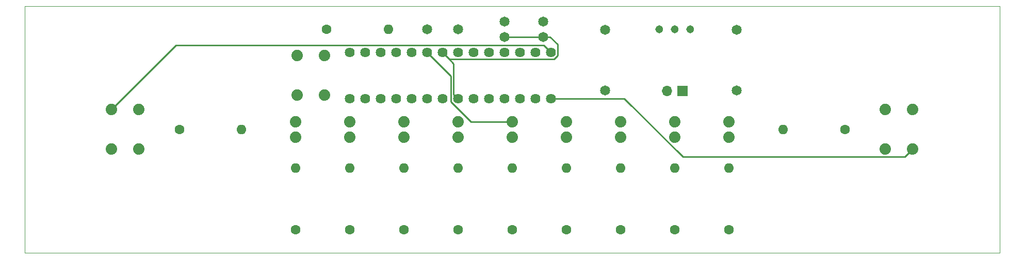
<source format=gbr>
%TF.GenerationSoftware,KiCad,Pcbnew,5.1.9-73d0e3b20d~88~ubuntu20.04.1*%
%TF.CreationDate,2021-02-23T00:09:44-07:00*%
%TF.ProjectId,tow,746f772e-6b69-4636-9164-5f7063625858,rev?*%
%TF.SameCoordinates,Original*%
%TF.FileFunction,Copper,L2,Bot*%
%TF.FilePolarity,Positive*%
%FSLAX46Y46*%
G04 Gerber Fmt 4.6, Leading zero omitted, Abs format (unit mm)*
G04 Created by KiCad (PCBNEW 5.1.9-73d0e3b20d~88~ubuntu20.04.1) date 2021-02-23 00:09:44*
%MOMM*%
%LPD*%
G01*
G04 APERTURE LIST*
%TA.AperFunction,Profile*%
%ADD10C,0.050000*%
%TD*%
%TA.AperFunction,ComponentPad*%
%ADD11O,1.700000X1.700000*%
%TD*%
%TA.AperFunction,ComponentPad*%
%ADD12R,1.700000X1.700000*%
%TD*%
%TA.AperFunction,ComponentPad*%
%ADD13C,1.651000*%
%TD*%
%TA.AperFunction,ComponentPad*%
%ADD14C,1.625600*%
%TD*%
%TA.AperFunction,ComponentPad*%
%ADD15C,1.305560*%
%TD*%
%TA.AperFunction,ComponentPad*%
%ADD16C,1.879600*%
%TD*%
%TA.AperFunction,ComponentPad*%
%ADD17O,1.600000X1.600000*%
%TD*%
%TA.AperFunction,ComponentPad*%
%ADD18C,1.600000*%
%TD*%
%TA.AperFunction,Conductor*%
%ADD19C,0.250000*%
%TD*%
G04 APERTURE END LIST*
D10*
X72390000Y-82550000D02*
X232410000Y-82550000D01*
X72390000Y-123190000D02*
X72390000Y-82550000D01*
X232410000Y-123190000D02*
X72390000Y-123190000D01*
X232410000Y-82550000D02*
X232410000Y-123190000D01*
D11*
%TO.P,J1,2*%
%TO.N,GNDREF*%
X177800000Y-96520000D03*
D12*
%TO.P,J1,1*%
%TO.N,+9V*%
X180340000Y-96520000D03*
%TD*%
D13*
%TO.P,Y1,2*%
%TO.N,Net-(C2-Pad1)*%
X138430000Y-86360000D03*
%TO.P,Y1,1*%
%TO.N,Net-(C3-Pad1)*%
X143510000Y-86360000D03*
%TD*%
D14*
%TO.P,U2,28*%
%TO.N,Net-(C4-Pad1)*%
X125730000Y-90170000D03*
%TO.P,U2,27*%
X128270000Y-90170000D03*
%TO.P,U2,26*%
X130810000Y-90170000D03*
%TO.P,U2,25*%
X133350000Y-90170000D03*
%TO.P,U2,24*%
X135890000Y-90170000D03*
%TO.P,U2,23*%
%TO.N,Net-(D1-PadA)*%
X138430000Y-90170000D03*
%TO.P,U2,22*%
%TO.N,GNDREF*%
X140970000Y-90170000D03*
%TO.P,U2,21*%
%TO.N,Net-(C4-Pad1)*%
X143510000Y-90170000D03*
%TO.P,U2,20*%
X146050000Y-90170000D03*
%TO.P,U2,19*%
X148590000Y-90170000D03*
%TO.P,U2,18*%
X151130000Y-90170000D03*
%TO.P,U2,17*%
X153670000Y-90170000D03*
%TO.P,U2,16*%
X156210000Y-90170000D03*
%TO.P,U2,15*%
%TO.N,Net-(S3-Pad3)*%
X158750000Y-90170000D03*
%TO.P,U2,14*%
%TO.N,Net-(S2-Pad3)*%
X158750000Y-97790000D03*
%TO.P,U2,13*%
%TO.N,Net-(D9-PadA)*%
X156210000Y-97790000D03*
%TO.P,U2,12*%
%TO.N,Net-(D5-PadA)*%
X153670000Y-97790000D03*
%TO.P,U2,11*%
%TO.N,Net-(D8-PadA)*%
X151130000Y-97790000D03*
%TO.P,U2,10*%
%TO.N,Net-(C3-Pad1)*%
X148590000Y-97790000D03*
%TO.P,U2,9*%
%TO.N,Net-(C2-Pad1)*%
X146050000Y-97790000D03*
%TO.P,U2,8*%
%TO.N,GNDREF*%
X143510000Y-97790000D03*
%TO.P,U2,7*%
%TO.N,Net-(C4-Pad1)*%
X140970000Y-97790000D03*
%TO.P,U2,6*%
%TO.N,Net-(D4-PadA)*%
X138430000Y-97790000D03*
%TO.P,U2,5*%
%TO.N,Net-(D7-PadA)*%
X135890000Y-97790000D03*
%TO.P,U2,4*%
%TO.N,Net-(D3-PadA)*%
X133350000Y-97790000D03*
%TO.P,U2,3*%
%TO.N,Net-(D6-PadA)*%
X130810000Y-97790000D03*
%TO.P,U2,2*%
%TO.N,Net-(D2-PadA)*%
X128270000Y-97790000D03*
%TO.P,U2,1*%
%TO.N,Net-(R1-Pad1)*%
X125730000Y-97790000D03*
%TD*%
D15*
%TO.P,U1,VOUT*%
%TO.N,Net-(C4-Pad1)*%
X176530000Y-86360000D03*
%TO.P,U1,VIN*%
%TO.N,+9V*%
X181610000Y-86360000D03*
%TO.P,U1,GND*%
%TO.N,GNDREF*%
X179070000Y-86360000D03*
%TD*%
D16*
%TO.P,S3,4*%
%TO.N,N/C*%
X86639400Y-106121200D03*
%TO.P,S3,3*%
%TO.N,Net-(S3-Pad3)*%
X86639400Y-99618800D03*
%TO.P,S3,2*%
%TO.N,N/C*%
X91160600Y-106121200D03*
%TO.P,S3,1*%
%TO.N,Net-(R4-Pad1)*%
X91160600Y-99618800D03*
%TD*%
%TO.P,S2,4*%
%TO.N,N/C*%
X218160600Y-99618800D03*
%TO.P,S2,3*%
%TO.N,Net-(S2-Pad3)*%
X218160600Y-106121200D03*
%TO.P,S2,2*%
%TO.N,N/C*%
X213639400Y-99618800D03*
%TO.P,S2,1*%
%TO.N,Net-(R3-Pad1)*%
X213639400Y-106121200D03*
%TD*%
%TO.P,S1,4*%
%TO.N,N/C*%
X117119400Y-97231200D03*
%TO.P,S1,3*%
%TO.N,GNDREF*%
X117119400Y-90728800D03*
%TO.P,S1,2*%
%TO.N,N/C*%
X121640600Y-97231200D03*
%TO.P,S1,1*%
%TO.N,Net-(R1-Pad1)*%
X121640600Y-90728800D03*
%TD*%
D17*
%TO.P,R12,2*%
%TO.N,Net-(D9-PadK)*%
X187960000Y-109220000D03*
D18*
%TO.P,R12,1*%
%TO.N,GNDREF*%
X187960000Y-119380000D03*
%TD*%
D17*
%TO.P,R11,2*%
%TO.N,Net-(D8-PadK)*%
X170180000Y-109220000D03*
D18*
%TO.P,R11,1*%
%TO.N,GNDREF*%
X170180000Y-119380000D03*
%TD*%
D17*
%TO.P,R10,2*%
%TO.N,Net-(D7-PadK)*%
X143510000Y-109220000D03*
D18*
%TO.P,R10,1*%
%TO.N,GNDREF*%
X143510000Y-119380000D03*
%TD*%
D17*
%TO.P,R9,2*%
%TO.N,Net-(D6-PadK)*%
X125730000Y-109220000D03*
D18*
%TO.P,R9,1*%
%TO.N,GNDREF*%
X125730000Y-119380000D03*
%TD*%
D17*
%TO.P,R8,2*%
%TO.N,Net-(D5-PadK)*%
X179070000Y-109220000D03*
D18*
%TO.P,R8,1*%
%TO.N,GNDREF*%
X179070000Y-119380000D03*
%TD*%
D17*
%TO.P,R7,2*%
%TO.N,Net-(D4-PadK)*%
X161290000Y-109220000D03*
D18*
%TO.P,R7,1*%
%TO.N,GNDREF*%
X161290000Y-119380000D03*
%TD*%
D17*
%TO.P,R6,2*%
%TO.N,Net-(D3-PadK)*%
X134620000Y-109220000D03*
D18*
%TO.P,R6,1*%
%TO.N,GNDREF*%
X134620000Y-119380000D03*
%TD*%
D17*
%TO.P,R5,2*%
%TO.N,Net-(D2-PadK)*%
X116840000Y-109220000D03*
D18*
%TO.P,R5,1*%
%TO.N,GNDREF*%
X116840000Y-119380000D03*
%TD*%
D17*
%TO.P,R4,2*%
%TO.N,GNDREF*%
X107950000Y-102870000D03*
D18*
%TO.P,R4,1*%
%TO.N,Net-(R4-Pad1)*%
X97790000Y-102870000D03*
%TD*%
D17*
%TO.P,R3,2*%
%TO.N,GNDREF*%
X196850000Y-102870000D03*
D18*
%TO.P,R3,1*%
%TO.N,Net-(R3-Pad1)*%
X207010000Y-102870000D03*
%TD*%
D17*
%TO.P,R2,2*%
%TO.N,Net-(D1-PadK)*%
X152400000Y-109220000D03*
D18*
%TO.P,R2,1*%
%TO.N,GNDREF*%
X152400000Y-119380000D03*
%TD*%
D17*
%TO.P,R1,2*%
%TO.N,Net-(C4-Pad1)*%
X132080000Y-86360000D03*
D18*
%TO.P,R1,1*%
%TO.N,Net-(R1-Pad1)*%
X121920000Y-86360000D03*
%TD*%
D16*
%TO.P,D9,K*%
%TO.N,Net-(D9-PadK)*%
X187960000Y-104140000D03*
%TO.P,D9,A*%
%TO.N,Net-(D9-PadA)*%
X187960000Y-101600000D03*
%TD*%
%TO.P,D8,K*%
%TO.N,Net-(D8-PadK)*%
X170180000Y-104140000D03*
%TO.P,D8,A*%
%TO.N,Net-(D8-PadA)*%
X170180000Y-101600000D03*
%TD*%
%TO.P,D7,K*%
%TO.N,Net-(D7-PadK)*%
X143510000Y-104140000D03*
%TO.P,D7,A*%
%TO.N,Net-(D7-PadA)*%
X143510000Y-101600000D03*
%TD*%
%TO.P,D6,K*%
%TO.N,Net-(D6-PadK)*%
X125730000Y-104140000D03*
%TO.P,D6,A*%
%TO.N,Net-(D6-PadA)*%
X125730000Y-101600000D03*
%TD*%
%TO.P,D5,K*%
%TO.N,Net-(D5-PadK)*%
X179070000Y-104140000D03*
%TO.P,D5,A*%
%TO.N,Net-(D5-PadA)*%
X179070000Y-101600000D03*
%TD*%
%TO.P,D4,K*%
%TO.N,Net-(D4-PadK)*%
X161290000Y-104140000D03*
%TO.P,D4,A*%
%TO.N,Net-(D4-PadA)*%
X161290000Y-101600000D03*
%TD*%
%TO.P,D3,K*%
%TO.N,Net-(D3-PadK)*%
X134620000Y-104140000D03*
%TO.P,D3,A*%
%TO.N,Net-(D3-PadA)*%
X134620000Y-101600000D03*
%TD*%
%TO.P,D2,K*%
%TO.N,Net-(D2-PadK)*%
X116840000Y-104140000D03*
%TO.P,D2,A*%
%TO.N,Net-(D2-PadA)*%
X116840000Y-101600000D03*
%TD*%
%TO.P,D1,K*%
%TO.N,Net-(D1-PadK)*%
X152400000Y-104140000D03*
%TO.P,D1,A*%
%TO.N,Net-(D1-PadA)*%
X152400000Y-101600000D03*
%TD*%
D13*
%TO.P,C4,2*%
%TO.N,GNDREF*%
X167640000Y-86441280D03*
%TO.P,C4,1*%
%TO.N,Net-(C4-Pad1)*%
X167640000Y-96438720D03*
%TD*%
%TO.P,C3,2*%
%TO.N,GNDREF*%
X157480000Y-87630000D03*
%TO.P,C3,1*%
%TO.N,Net-(C3-Pad1)*%
X157480000Y-85090000D03*
%TD*%
%TO.P,C2,2*%
%TO.N,GNDREF*%
X151130000Y-87630000D03*
%TO.P,C2,1*%
%TO.N,Net-(C2-Pad1)*%
X151130000Y-85090000D03*
%TD*%
%TO.P,C1,2*%
%TO.N,GNDREF*%
X189230000Y-86441280D03*
%TO.P,C1,1*%
%TO.N,+9V*%
X189230000Y-96438720D03*
%TD*%
D19*
%TO.N,GNDREF*%
X142822209Y-97102209D02*
X143510000Y-97790000D01*
X142822209Y-92022209D02*
X142822209Y-97102209D01*
X140970000Y-90170000D02*
X142822209Y-92022209D01*
X151130000Y-87630000D02*
X157480000Y-87630000D01*
X142107801Y-91307801D02*
X140970000Y-90170000D01*
X159887801Y-90716145D02*
X159296145Y-91307801D01*
X159296145Y-91307801D02*
X142107801Y-91307801D01*
X159887801Y-88870368D02*
X159887801Y-90716145D01*
X158647433Y-87630000D02*
X159887801Y-88870368D01*
X157480000Y-87630000D02*
X158647433Y-87630000D01*
%TO.N,Net-(D1-PadA)*%
X145636054Y-101600000D02*
X152400000Y-101600000D01*
X142372199Y-98336145D02*
X145636054Y-101600000D01*
X142372199Y-94112199D02*
X142372199Y-98336145D01*
X138430000Y-90170000D02*
X142372199Y-94112199D01*
%TO.N,Net-(S2-Pad3)*%
X180444095Y-107386001D02*
X216895799Y-107386001D01*
X216895799Y-107386001D02*
X218160600Y-106121200D01*
X170848094Y-97790000D02*
X180444095Y-107386001D01*
X158750000Y-97790000D02*
X170848094Y-97790000D01*
%TO.N,Net-(S3-Pad3)*%
X157612199Y-89032199D02*
X97226001Y-89032199D01*
X97226001Y-89032199D02*
X86639400Y-99618800D01*
X158750000Y-90170000D02*
X157612199Y-89032199D01*
%TD*%
M02*

</source>
